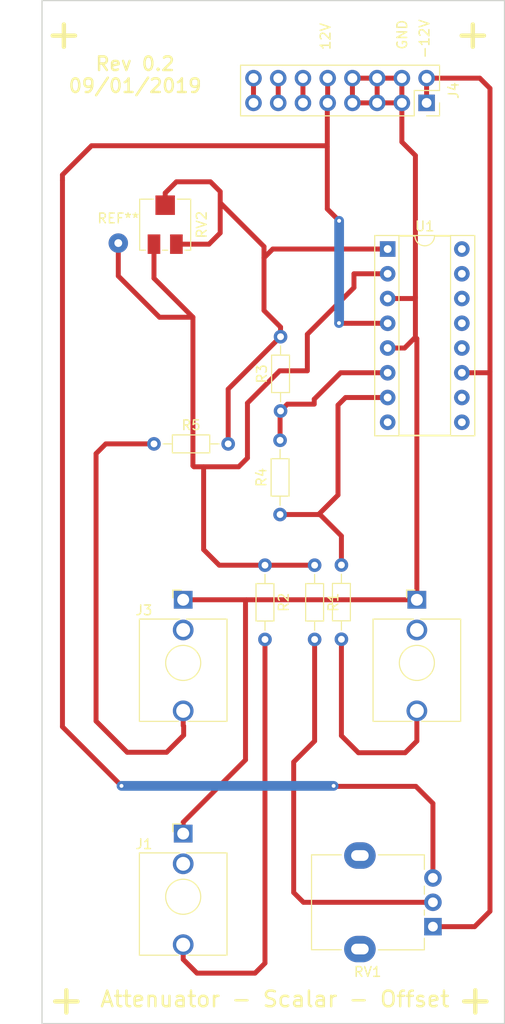
<source format=kicad_pcb>
(kicad_pcb (version 20171130) (host pcbnew "(5.1.4-0)")

  (general
    (thickness 1.6)
    (drawings 13)
    (tracks 140)
    (zones 0)
    (modules 14)
    (nets 15)
  )

  (page A4)
  (layers
    (0 F.Cu signal)
    (31 B.Cu signal)
    (32 B.Adhes user hide)
    (33 F.Adhes user hide)
    (34 B.Paste user hide)
    (35 F.Paste user hide)
    (36 B.SilkS user)
    (37 F.SilkS user)
    (38 B.Mask user)
    (39 F.Mask user)
    (40 Dwgs.User user)
    (41 Cmts.User user)
    (42 Eco1.User user)
    (43 Eco2.User user)
    (44 Edge.Cuts user)
    (45 Margin user)
    (46 B.CrtYd user)
    (47 F.CrtYd user)
    (48 B.Fab user)
    (49 F.Fab user)
  )

  (setup
    (last_trace_width 0.25)
    (user_trace_width 0.007)
    (user_trace_width 0.02)
    (user_trace_width 0.508)
    (user_trace_width 1)
    (trace_clearance 0.2)
    (zone_clearance 0.508)
    (zone_45_only no)
    (trace_min 0.006)
    (via_size 0.8)
    (via_drill 0.4)
    (via_min_size 0.4)
    (via_min_drill 0.3)
    (uvia_size 0.3)
    (uvia_drill 0.1)
    (uvias_allowed no)
    (uvia_min_size 0.2)
    (uvia_min_drill 0.1)
    (edge_width 0.05)
    (segment_width 0.2)
    (pcb_text_width 0.3)
    (pcb_text_size 1.5 1.5)
    (mod_edge_width 0.12)
    (mod_text_size 1 1)
    (mod_text_width 0.15)
    (pad_size 1.99898 1.99898)
    (pad_drill 0.8001)
    (pad_to_mask_clearance 0.051)
    (solder_mask_min_width 0.25)
    (aux_axis_origin 0 0)
    (visible_elements FFFFFF7F)
    (pcbplotparams
      (layerselection 0x010f0_ffffffff)
      (usegerberextensions false)
      (usegerberattributes false)
      (usegerberadvancedattributes false)
      (creategerberjobfile false)
      (excludeedgelayer true)
      (linewidth 0.100000)
      (plotframeref false)
      (viasonmask false)
      (mode 1)
      (useauxorigin false)
      (hpglpennumber 1)
      (hpglpenspeed 20)
      (hpglpendiameter 15.000000)
      (psnegative false)
      (psa4output false)
      (plotreference true)
      (plotvalue true)
      (plotinvisibletext false)
      (padsonsilk false)
      (subtractmaskfromsilk false)
      (outputformat 1)
      (mirror false)
      (drillshape 0)
      (scaleselection 1)
      (outputdirectory "Gerbers/"))
  )

  (net 0 "")
  (net 1 "Net-(J1-PadT)")
  (net 2 GND)
  (net 3 "Net-(J2-PadT)")
  (net 4 "Net-(J3-PadT)")
  (net 5 "Net-(R1-Pad2)")
  (net 6 "Net-(R1-Pad1)")
  (net 7 "Net-(R3-Pad1)")
  (net 8 "Net-(R3-Pad2)")
  (net 9 "Net-(R4-Pad1)")
  (net 10 -12V)
  (net 11 +12V)
  (net 12 "Net-(J4-Pad15)")
  (net 13 "Net-(J4-Pad13)")
  (net 14 "Net-(J4-Pad11)")

  (net_class Default "This is the default net class."
    (clearance 0.2)
    (trace_width 0.25)
    (via_dia 0.8)
    (via_drill 0.4)
    (uvia_dia 0.3)
    (uvia_drill 0.1)
    (add_net +12V)
    (add_net -12V)
    (add_net GND)
    (add_net "Net-(J1-PadT)")
    (add_net "Net-(J2-PadT)")
    (add_net "Net-(J3-PadT)")
    (add_net "Net-(J4-Pad11)")
    (add_net "Net-(J4-Pad13)")
    (add_net "Net-(J4-Pad15)")
    (add_net "Net-(R1-Pad1)")
    (add_net "Net-(R1-Pad2)")
    (add_net "Net-(R3-Pad1)")
    (add_net "Net-(R3-Pad2)")
    (add_net "Net-(R4-Pad1)")
  )

  (module Connector_Wire:SolderWirePad_1x01_Drill0.8mm (layer F.Cu) (tedit 5D6C509A) (tstamp 5D6C54F0)
    (at 105.3338 72.39)
    (descr "Wire solder connection")
    (tags connector)
    (attr virtual)
    (fp_text reference REF** (at 0 -2.54) (layer F.SilkS)
      (effects (font (size 1 1) (thickness 0.15)))
    )
    (fp_text value SolderWirePad_1x01_Drill0.8mm (at 0 2.54) (layer F.Fab)
      (effects (font (size 1 1) (thickness 0.15)))
    )
    (fp_line (start 1.5 1.5) (end -1.5 1.5) (layer F.CrtYd) (width 0.05))
    (fp_line (start 1.5 1.5) (end 1.5 -1.5) (layer F.CrtYd) (width 0.05))
    (fp_line (start -1.5 -1.5) (end -1.5 1.5) (layer F.CrtYd) (width 0.05))
    (fp_line (start -1.5 -1.5) (end 1.5 -1.5) (layer F.CrtYd) (width 0.05))
    (fp_text user %R (at 0 0) (layer F.Fab)
      (effects (font (size 1 1) (thickness 0.15)))
    )
    (pad 1 thru_hole circle (at 0 0) (size 1.99898 1.99898) (drill 0.8001) (layers *.Cu *.Mask)
      (net 6 "Net-(R1-Pad1)"))
  )

  (module Potentiometer_THT:Potentiometer_Alpha_RD901F-40-00D_Single_Vertical (layer F.Cu) (tedit 5C6C6C14) (tstamp 5D6B6222)
    (at 137.65 142.55 180)
    (descr "Potentiometer, vertical, 9mm, single, http://www.taiwanalpha.com.tw/downloads?target=products&id=113")
    (tags "potentiometer vertical 9mm single")
    (path /5D6F2EB0)
    (fp_text reference RV1 (at 6.71 -4.64 180) (layer F.SilkS)
      (effects (font (size 1 1) (thickness 0.15)))
    )
    (fp_text value 10K (at 0 9.86 180) (layer F.Fab)
      (effects (font (size 1 1) (thickness 0.15)))
    )
    (fp_text user %R (at 7.62 2.54) (layer F.Fab)
      (effects (font (size 1 1) (thickness 0.15)))
    )
    (fp_line (start -1.15 8.91) (end 12.6 8.91) (layer F.CrtYd) (width 0.05))
    (fp_line (start -1.15 -3.91) (end -1.15 8.91) (layer F.CrtYd) (width 0.05))
    (fp_line (start 12.6 -3.91) (end -1.15 -3.91) (layer F.CrtYd) (width 0.05))
    (fp_line (start 12.6 8.91) (end 12.6 -3.91) (layer F.CrtYd) (width 0.05))
    (fp_line (start 12.47 7.37) (end 12.47 -2.37) (layer F.SilkS) (width 0.12))
    (fp_line (start 0.88 7.37) (end 0.88 5.88) (layer F.SilkS) (width 0.12))
    (fp_line (start 9.41 7.37) (end 12.47 7.37) (layer F.SilkS) (width 0.12))
    (fp_line (start 0.88 -2.38) (end 5.6 -2.38) (layer F.SilkS) (width 0.12))
    (fp_circle (center 7.5 2.5) (end 7.5 -1) (layer F.Fab) (width 0.1))
    (fp_line (start 1 7.25) (end 1 -2.25) (layer F.Fab) (width 0.1))
    (fp_line (start 12.35 7.25) (end 12.35 -2.25) (layer F.Fab) (width 0.1))
    (fp_line (start 1 -2.25) (end 12.35 -2.25) (layer F.Fab) (width 0.1))
    (fp_line (start 1 7.25) (end 12.35 7.25) (layer F.Fab) (width 0.1))
    (fp_line (start 9.41 -2.37) (end 12.47 -2.37) (layer F.SilkS) (width 0.12))
    (fp_line (start 0.88 7.37) (end 5.6 7.37) (layer F.SilkS) (width 0.12))
    (fp_line (start 0.88 -1.19) (end 0.88 -2.37) (layer F.SilkS) (width 0.12))
    (fp_line (start 0.88 1.71) (end 0.88 1.18) (layer F.SilkS) (width 0.12))
    (fp_line (start 0.88 4.16) (end 0.88 3.33) (layer F.SilkS) (width 0.12))
    (pad 1 thru_hole rect (at 0 0 270) (size 1.8 1.8) (drill 1) (layers *.Cu *.Mask)
      (net 10 -12V))
    (pad 2 thru_hole circle (at 0 2.5 270) (size 1.8 1.8) (drill 1) (layers *.Cu *.Mask)
      (net 5 "Net-(R1-Pad2)"))
    (pad 3 thru_hole circle (at 0 5 270) (size 1.8 1.8) (drill 1) (layers *.Cu *.Mask)
      (net 11 +12V))
    (pad "" thru_hole oval (at 7.5 7.3 270) (size 2.72 3.24) (drill oval 1.1 1.8) (layers *.Cu *.Mask))
    (pad "" thru_hole oval (at 7.5 -2.3 270) (size 2.72 3.24) (drill oval 1.1 1.8) (layers *.Cu *.Mask))
    (model ${KISYS3DMOD}/Potentiometer_THT.3dshapes/Potentiometer_Alpha_RD901F-40-00D_Single_Vertical.wrl
      (at (xyz 0 0 0))
      (scale (xyz 1 1 1))
      (rotate (xyz 0 0 0))
    )
  )

  (module Connector_PinSocket_2.54mm:PinSocket_2x08_P2.54mm_Vertical (layer F.Cu) (tedit 5A19A42B) (tstamp 5D6B7896)
    (at 137 58 270)
    (descr "Through hole straight socket strip, 2x08, 2.54mm pitch, double cols (from Kicad 4.0.7), script generated")
    (tags "Through hole socket strip THT 2x08 2.54mm double row")
    (path /5D74DF58)
    (fp_text reference J4 (at -1.27 -2.77 90) (layer F.SilkS)
      (effects (font (size 1 1) (thickness 0.15)))
    )
    (fp_text value HEADER_8x2 (at -1.27 20.55 90) (layer F.Fab)
      (effects (font (size 1 1) (thickness 0.15)))
    )
    (fp_text user %R (at -1.27 8.89) (layer F.Fab)
      (effects (font (size 1 1) (thickness 0.15)))
    )
    (fp_line (start -4.34 19.55) (end -4.34 -1.8) (layer F.CrtYd) (width 0.05))
    (fp_line (start 1.76 19.55) (end -4.34 19.55) (layer F.CrtYd) (width 0.05))
    (fp_line (start 1.76 -1.8) (end 1.76 19.55) (layer F.CrtYd) (width 0.05))
    (fp_line (start -4.34 -1.8) (end 1.76 -1.8) (layer F.CrtYd) (width 0.05))
    (fp_line (start 0 -1.33) (end 1.33 -1.33) (layer F.SilkS) (width 0.12))
    (fp_line (start 1.33 -1.33) (end 1.33 0) (layer F.SilkS) (width 0.12))
    (fp_line (start -1.27 -1.33) (end -1.27 1.27) (layer F.SilkS) (width 0.12))
    (fp_line (start -1.27 1.27) (end 1.33 1.27) (layer F.SilkS) (width 0.12))
    (fp_line (start 1.33 1.27) (end 1.33 19.11) (layer F.SilkS) (width 0.12))
    (fp_line (start -3.87 19.11) (end 1.33 19.11) (layer F.SilkS) (width 0.12))
    (fp_line (start -3.87 -1.33) (end -3.87 19.11) (layer F.SilkS) (width 0.12))
    (fp_line (start -3.87 -1.33) (end -1.27 -1.33) (layer F.SilkS) (width 0.12))
    (fp_line (start -3.81 19.05) (end -3.81 -1.27) (layer F.Fab) (width 0.1))
    (fp_line (start 1.27 19.05) (end -3.81 19.05) (layer F.Fab) (width 0.1))
    (fp_line (start 1.27 -0.27) (end 1.27 19.05) (layer F.Fab) (width 0.1))
    (fp_line (start 0.27 -1.27) (end 1.27 -0.27) (layer F.Fab) (width 0.1))
    (fp_line (start -3.81 -1.27) (end 0.27 -1.27) (layer F.Fab) (width 0.1))
    (pad 16 thru_hole oval (at -2.54 17.78 270) (size 1.7 1.7) (drill 1) (layers *.Cu *.Mask)
      (net 12 "Net-(J4-Pad15)"))
    (pad 15 thru_hole oval (at 0 17.78 270) (size 1.7 1.7) (drill 1) (layers *.Cu *.Mask)
      (net 12 "Net-(J4-Pad15)"))
    (pad 14 thru_hole oval (at -2.54 15.24 270) (size 1.7 1.7) (drill 1) (layers *.Cu *.Mask)
      (net 13 "Net-(J4-Pad13)"))
    (pad 13 thru_hole oval (at 0 15.24 270) (size 1.7 1.7) (drill 1) (layers *.Cu *.Mask)
      (net 13 "Net-(J4-Pad13)"))
    (pad 12 thru_hole oval (at -2.54 12.7 270) (size 1.7 1.7) (drill 1) (layers *.Cu *.Mask)
      (net 14 "Net-(J4-Pad11)"))
    (pad 11 thru_hole oval (at 0 12.7 270) (size 1.7 1.7) (drill 1) (layers *.Cu *.Mask)
      (net 14 "Net-(J4-Pad11)"))
    (pad 10 thru_hole oval (at -2.54 10.16 270) (size 1.7 1.7) (drill 1) (layers *.Cu *.Mask)
      (net 11 +12V))
    (pad 9 thru_hole oval (at 0 10.16 270) (size 1.7 1.7) (drill 1) (layers *.Cu *.Mask)
      (net 11 +12V))
    (pad 8 thru_hole oval (at -2.54 7.62 270) (size 1.7 1.7) (drill 1) (layers *.Cu *.Mask)
      (net 2 GND))
    (pad 7 thru_hole oval (at 0 7.62 270) (size 1.7 1.7) (drill 1) (layers *.Cu *.Mask)
      (net 2 GND))
    (pad 6 thru_hole oval (at -2.54 5.08 270) (size 1.7 1.7) (drill 1) (layers *.Cu *.Mask)
      (net 2 GND))
    (pad 5 thru_hole oval (at 0 5.08 270) (size 1.7 1.7) (drill 1) (layers *.Cu *.Mask)
      (net 2 GND))
    (pad 4 thru_hole oval (at -2.54 2.54 270) (size 1.7 1.7) (drill 1) (layers *.Cu *.Mask)
      (net 2 GND))
    (pad 3 thru_hole oval (at 0 2.54 270) (size 1.7 1.7) (drill 1) (layers *.Cu *.Mask)
      (net 2 GND))
    (pad 2 thru_hole oval (at -2.54 0 270) (size 1.7 1.7) (drill 1) (layers *.Cu *.Mask)
      (net 10 -12V))
    (pad 1 thru_hole rect (at 0 0 270) (size 1.7 1.7) (drill 1) (layers *.Cu *.Mask)
      (net 10 -12V))
    (model ${KISYS3DMOD}/Connector_PinSocket_2.54mm.3dshapes/PinSocket_2x08_P2.54mm_Vertical.wrl
      (at (xyz 0 0 0))
      (scale (xyz 1 1 1))
      (rotate (xyz 0 0 0))
    )
  )

  (module Connector_Audio_2:Jack_3.5mm_QingPu_WQP-PJ398SM_Vertical_CircularHoles (layer F.Cu) (tedit 5C2B6BB2) (tstamp 5D6B6138)
    (at 112 133)
    (descr "TRS 3.5mm, vertical, Thonkiconn, PCB mount, (http://www.qingpu-electronics.com/en/products/WQP-PJ398SM-362.html)")
    (tags "WQP-PJ398SM WQP-PJ301M-12 TRS 3.5mm mono vertical jack thonkiconn qingpu")
    (path /5D6EF710)
    (fp_text reference J1 (at -4.03 1.08 180) (layer F.SilkS)
      (effects (font (size 1 1) (thickness 0.15)))
    )
    (fp_text value Input (at 0 5 180) (layer F.Fab)
      (effects (font (size 1 1) (thickness 0.15)))
    )
    (fp_line (start 0 0) (end 0 2.03) (layer F.Fab) (width 0.1))
    (fp_circle (center 0 6.48) (end 1.8 6.48) (layer F.Fab) (width 0.1))
    (fp_line (start 4.5 2.03) (end -4.5 2.03) (layer F.Fab) (width 0.1))
    (fp_line (start 5 -1.42) (end -5 -1.42) (layer F.CrtYd) (width 0.05))
    (fp_line (start 5 12.98) (end -5 12.98) (layer F.CrtYd) (width 0.05))
    (fp_line (start 5 12.98) (end 5 -1.42) (layer F.CrtYd) (width 0.05))
    (fp_line (start 4.5 12.48) (end -4.5 12.48) (layer F.Fab) (width 0.1))
    (fp_line (start 4.5 12.48) (end 4.5 2.08) (layer F.Fab) (width 0.1))
    (fp_line (start -1.06 -1) (end -0.2 -1) (layer F.SilkS) (width 0.12))
    (fp_line (start -1.06 -1) (end -1.06 -0.2) (layer F.SilkS) (width 0.12))
    (fp_circle (center 0 6.48) (end 1.8 6.48) (layer F.SilkS) (width 0.12))
    (fp_line (start -0.35 1.98) (end -4.5 1.98) (layer F.SilkS) (width 0.12))
    (fp_line (start 4.5 1.98) (end 0.35 1.98) (layer F.SilkS) (width 0.12))
    (fp_line (start -0.5 12.48) (end -4.5 12.48) (layer F.SilkS) (width 0.12))
    (fp_line (start 4.5 12.48) (end 0.5 12.48) (layer F.SilkS) (width 0.12))
    (fp_line (start -1.41 6.02) (end -0.46 5.07) (layer Dwgs.User) (width 0.12))
    (fp_line (start -1.42 6.875) (end 0.4 5.06) (layer Dwgs.User) (width 0.12))
    (fp_line (start -1.07 7.49) (end 1.01 5.41) (layer Dwgs.User) (width 0.12))
    (fp_line (start -0.58 7.83) (end 1.36 5.89) (layer Dwgs.User) (width 0.12))
    (fp_line (start 0.09 7.96) (end 1.48 6.57) (layer Dwgs.User) (width 0.12))
    (fp_circle (center 0 6.48) (end 1.5 6.48) (layer Dwgs.User) (width 0.12))
    (fp_line (start 4.5 1.98) (end 4.5 12.48) (layer F.SilkS) (width 0.12))
    (fp_line (start -4.5 1.98) (end -4.5 12.48) (layer F.SilkS) (width 0.12))
    (fp_text user %R (at 0 8 180) (layer F.Fab)
      (effects (font (size 1 1) (thickness 0.15)))
    )
    (fp_line (start -4.5 12.48) (end -4.5 2.08) (layer F.Fab) (width 0.1))
    (fp_line (start -5 12.98) (end -5 -1.42) (layer F.CrtYd) (width 0.05))
    (fp_text user KEEPOUT (at 0 6.48) (layer Cmts.User)
      (effects (font (size 0.4 0.4) (thickness 0.051)))
    )
    (pad T thru_hole circle (at 0 11.4 180) (size 2.13 2.13) (drill 1.43) (layers *.Cu *.Mask)
      (net 1 "Net-(J1-PadT)"))
    (pad S thru_hole rect (at 0 0 180) (size 1.93 1.83) (drill 1.22) (layers *.Cu *.Mask)
      (net 2 GND))
    (pad TN thru_hole circle (at 0 3.1 180) (size 2.13 2.13) (drill 1.42) (layers *.Cu *.Mask))
    (model ${KISYS3DMOD}/Connector_Audio.3dshapes/Jack_3.5mm_QingPu_WQP-PJ398SM_Vertical.wrl
      (at (xyz 0 0 0))
      (scale (xyz 1 1 1))
      (rotate (xyz 0 0 0))
    )
  )

  (module Connector_Audio_2:Jack_3.5mm_QingPu_WQP-PJ398SM_Vertical_CircularHoles (layer F.Cu) (tedit 5C2B6BB2) (tstamp 5D6B615A)
    (at 136 109)
    (descr "TRS 3.5mm, vertical, Thonkiconn, PCB mount, (http://www.qingpu-electronics.com/en/products/WQP-PJ398SM-362.html)")
    (tags "WQP-PJ398SM WQP-PJ301M-12 TRS 3.5mm mono vertical jack thonkiconn qingpu")
    (path /5D71456B)
    (fp_text reference J2 (at -4.03 1.08 180) (layer Cmts.User) hide
      (effects (font (size 1 1) (thickness 0.15)))
    )
    (fp_text value Output (at 0 5 180) (layer F.Fab) hide
      (effects (font (size 1 1) (thickness 0.15)))
    )
    (fp_text user KEEPOUT (at 0 6.48) (layer Cmts.User) hide
      (effects (font (size 0.4 0.4) (thickness 0.051)))
    )
    (fp_line (start -5 12.98) (end -5 -1.42) (layer F.CrtYd) (width 0.05))
    (fp_line (start -4.5 12.48) (end -4.5 2.08) (layer F.Fab) (width 0.1))
    (fp_text user %R (at 0 8 180) (layer F.Fab) hide
      (effects (font (size 1 1) (thickness 0.15)))
    )
    (fp_line (start -4.5 1.98) (end -4.5 12.48) (layer F.SilkS) (width 0.12))
    (fp_line (start 4.5 1.98) (end 4.5 12.48) (layer F.SilkS) (width 0.12))
    (fp_circle (center 0 6.48) (end 1.5 6.48) (layer Dwgs.User) (width 0.12))
    (fp_line (start 0.09 7.96) (end 1.48 6.57) (layer Dwgs.User) (width 0.12))
    (fp_line (start -0.58 7.83) (end 1.36 5.89) (layer Dwgs.User) (width 0.12))
    (fp_line (start -1.07 7.49) (end 1.01 5.41) (layer Dwgs.User) (width 0.12))
    (fp_line (start -1.42 6.875) (end 0.4 5.06) (layer Dwgs.User) (width 0.12))
    (fp_line (start -1.41 6.02) (end -0.46 5.07) (layer Dwgs.User) (width 0.12))
    (fp_line (start 4.5 12.48) (end 0.5 12.48) (layer F.SilkS) (width 0.12))
    (fp_line (start -0.5 12.48) (end -4.5 12.48) (layer F.SilkS) (width 0.12))
    (fp_line (start 4.5 1.98) (end 0.35 1.98) (layer F.SilkS) (width 0.12))
    (fp_line (start -0.35 1.98) (end -4.5 1.98) (layer F.SilkS) (width 0.12))
    (fp_circle (center 0 6.48) (end 1.8 6.48) (layer F.SilkS) (width 0.12))
    (fp_line (start -1.06 -1) (end -1.06 -0.2) (layer F.SilkS) (width 0.12))
    (fp_line (start -1.06 -1) (end -0.2 -1) (layer F.SilkS) (width 0.12))
    (fp_line (start 4.5 12.48) (end 4.5 2.08) (layer F.Fab) (width 0.1))
    (fp_line (start 4.5 12.48) (end -4.5 12.48) (layer F.Fab) (width 0.1))
    (fp_line (start 5 12.98) (end 5 -1.42) (layer F.CrtYd) (width 0.05))
    (fp_line (start 5 12.98) (end -5 12.98) (layer F.CrtYd) (width 0.05))
    (fp_line (start 5 -1.42) (end -5 -1.42) (layer F.CrtYd) (width 0.05))
    (fp_line (start 4.5 2.03) (end -4.5 2.03) (layer F.Fab) (width 0.1))
    (fp_circle (center 0 6.48) (end 1.8 6.48) (layer F.Fab) (width 0.1))
    (fp_line (start 0 0) (end 0 2.03) (layer F.Fab) (width 0.1))
    (pad TN thru_hole circle (at 0 3.1 180) (size 2.13 2.13) (drill 1.42) (layers *.Cu *.Mask))
    (pad S thru_hole rect (at 0 0 180) (size 1.93 1.83) (drill 1.22) (layers *.Cu *.Mask)
      (net 2 GND))
    (pad T thru_hole circle (at 0 11.4 180) (size 2.13 2.13) (drill 1.43) (layers *.Cu *.Mask)
      (net 3 "Net-(J2-PadT)"))
    (model ${KISYS3DMOD}/Connector_Audio.3dshapes/Jack_3.5mm_QingPu_WQP-PJ398SM_Vertical.wrl
      (at (xyz 0 0 0))
      (scale (xyz 1 1 1))
      (rotate (xyz 0 0 0))
    )
  )

  (module Connector_Audio_2:Jack_3.5mm_QingPu_WQP-PJ398SM_Vertical_CircularHoles (layer F.Cu) (tedit 5C2B6BB2) (tstamp 5D6B617C)
    (at 112 109)
    (descr "TRS 3.5mm, vertical, Thonkiconn, PCB mount, (http://www.qingpu-electronics.com/en/products/WQP-PJ398SM-362.html)")
    (tags "WQP-PJ398SM WQP-PJ301M-12 TRS 3.5mm mono vertical jack thonkiconn qingpu")
    (path /5D70F145)
    (fp_text reference J3 (at -4.03 1.08 180) (layer F.SilkS)
      (effects (font (size 1 1) (thickness 0.15)))
    )
    (fp_text value "Inverted Out" (at 0 5 180) (layer F.Fab)
      (effects (font (size 1 1) (thickness 0.15)))
    )
    (fp_text user KEEPOUT (at 0 6.48) (layer Cmts.User)
      (effects (font (size 0.4 0.4) (thickness 0.051)))
    )
    (fp_line (start -5 12.98) (end -5 -1.42) (layer F.CrtYd) (width 0.05))
    (fp_line (start -4.5 12.48) (end -4.5 2.08) (layer F.Fab) (width 0.1))
    (fp_text user %R (at 0 8 180) (layer F.Fab)
      (effects (font (size 1 1) (thickness 0.15)))
    )
    (fp_line (start -4.5 1.98) (end -4.5 12.48) (layer F.SilkS) (width 0.12))
    (fp_line (start 4.5 1.98) (end 4.5 12.48) (layer F.SilkS) (width 0.12))
    (fp_circle (center 0 6.48) (end 1.5 6.48) (layer Dwgs.User) (width 0.12))
    (fp_line (start 0.09 7.96) (end 1.48 6.57) (layer Dwgs.User) (width 0.12))
    (fp_line (start -0.58 7.83) (end 1.36 5.89) (layer Dwgs.User) (width 0.12))
    (fp_line (start -1.07 7.49) (end 1.01 5.41) (layer Dwgs.User) (width 0.12))
    (fp_line (start -1.42 6.875) (end 0.4 5.06) (layer Dwgs.User) (width 0.12))
    (fp_line (start -1.41 6.02) (end -0.46 5.07) (layer Dwgs.User) (width 0.12))
    (fp_line (start 4.5 12.48) (end 0.5 12.48) (layer F.SilkS) (width 0.12))
    (fp_line (start -0.5 12.48) (end -4.5 12.48) (layer F.SilkS) (width 0.12))
    (fp_line (start 4.5 1.98) (end 0.35 1.98) (layer F.SilkS) (width 0.12))
    (fp_line (start -0.35 1.98) (end -4.5 1.98) (layer F.SilkS) (width 0.12))
    (fp_circle (center 0 6.48) (end 1.8 6.48) (layer F.SilkS) (width 0.12))
    (fp_line (start -1.06 -1) (end -1.06 -0.2) (layer F.SilkS) (width 0.12))
    (fp_line (start -1.06 -1) (end -0.2 -1) (layer F.SilkS) (width 0.12))
    (fp_line (start 4.5 12.48) (end 4.5 2.08) (layer F.Fab) (width 0.1))
    (fp_line (start 4.5 12.48) (end -4.5 12.48) (layer F.Fab) (width 0.1))
    (fp_line (start 5 12.98) (end 5 -1.42) (layer F.CrtYd) (width 0.05))
    (fp_line (start 5 12.98) (end -5 12.98) (layer F.CrtYd) (width 0.05))
    (fp_line (start 5 -1.42) (end -5 -1.42) (layer F.CrtYd) (width 0.05))
    (fp_line (start 4.5 2.03) (end -4.5 2.03) (layer F.Fab) (width 0.1))
    (fp_circle (center 0 6.48) (end 1.8 6.48) (layer F.Fab) (width 0.1))
    (fp_line (start 0 0) (end 0 2.03) (layer F.Fab) (width 0.1))
    (pad TN thru_hole circle (at 0 3.1 180) (size 2.13 2.13) (drill 1.42) (layers *.Cu *.Mask))
    (pad S thru_hole rect (at 0 0 180) (size 1.93 1.83) (drill 1.22) (layers *.Cu *.Mask)
      (net 2 GND))
    (pad T thru_hole circle (at 0 11.4 180) (size 2.13 2.13) (drill 1.43) (layers *.Cu *.Mask)
      (net 4 "Net-(J3-PadT)"))
    (model ${KISYS3DMOD}/Connector_Audio.3dshapes/Jack_3.5mm_QingPu_WQP-PJ398SM_Vertical.wrl
      (at (xyz 0 0 0))
      (scale (xyz 1 1 1))
      (rotate (xyz 0 0 0))
    )
  )

  (module Resistor_THT:R_Axial_DIN0204_L3.6mm_D1.6mm_P7.62mm_Horizontal (layer F.Cu) (tedit 5AE5139B) (tstamp 5D6B6193)
    (at 125.5 105.45 270)
    (descr "Resistor, Axial_DIN0204 series, Axial, Horizontal, pin pitch=7.62mm, 0.167W, length*diameter=3.6*1.6mm^2, http://cdn-reichelt.de/documents/datenblatt/B400/1_4W%23YAG.pdf")
    (tags "Resistor Axial_DIN0204 series Axial Horizontal pin pitch 7.62mm 0.167W length 3.6mm diameter 1.6mm")
    (path /5D6EAD3A)
    (fp_text reference R1 (at 3.81 -1.92 90) (layer F.SilkS)
      (effects (font (size 1 1) (thickness 0.15)))
    )
    (fp_text value 10K (at 3.81 1.92 90) (layer F.Fab)
      (effects (font (size 1 1) (thickness 0.15)))
    )
    (fp_text user %R (at 3.81 0 90) (layer F.Fab)
      (effects (font (size 0.72 0.72) (thickness 0.108)))
    )
    (fp_line (start 8.57 -1.05) (end -0.95 -1.05) (layer F.CrtYd) (width 0.05))
    (fp_line (start 8.57 1.05) (end 8.57 -1.05) (layer F.CrtYd) (width 0.05))
    (fp_line (start -0.95 1.05) (end 8.57 1.05) (layer F.CrtYd) (width 0.05))
    (fp_line (start -0.95 -1.05) (end -0.95 1.05) (layer F.CrtYd) (width 0.05))
    (fp_line (start 6.68 0) (end 5.73 0) (layer F.SilkS) (width 0.12))
    (fp_line (start 0.94 0) (end 1.89 0) (layer F.SilkS) (width 0.12))
    (fp_line (start 5.73 -0.92) (end 1.89 -0.92) (layer F.SilkS) (width 0.12))
    (fp_line (start 5.73 0.92) (end 5.73 -0.92) (layer F.SilkS) (width 0.12))
    (fp_line (start 1.89 0.92) (end 5.73 0.92) (layer F.SilkS) (width 0.12))
    (fp_line (start 1.89 -0.92) (end 1.89 0.92) (layer F.SilkS) (width 0.12))
    (fp_line (start 7.62 0) (end 5.61 0) (layer F.Fab) (width 0.1))
    (fp_line (start 0 0) (end 2.01 0) (layer F.Fab) (width 0.1))
    (fp_line (start 5.61 -0.8) (end 2.01 -0.8) (layer F.Fab) (width 0.1))
    (fp_line (start 5.61 0.8) (end 5.61 -0.8) (layer F.Fab) (width 0.1))
    (fp_line (start 2.01 0.8) (end 5.61 0.8) (layer F.Fab) (width 0.1))
    (fp_line (start 2.01 -0.8) (end 2.01 0.8) (layer F.Fab) (width 0.1))
    (pad 2 thru_hole oval (at 7.62 0 270) (size 1.4 1.4) (drill 0.7) (layers *.Cu *.Mask)
      (net 5 "Net-(R1-Pad2)"))
    (pad 1 thru_hole circle (at 0 0 270) (size 1.4 1.4) (drill 0.7) (layers *.Cu *.Mask)
      (net 6 "Net-(R1-Pad1)"))
    (model ${KISYS3DMOD}/Resistor_THT.3dshapes/R_Axial_DIN0204_L3.6mm_D1.6mm_P7.62mm_Horizontal.wrl
      (at (xyz 0 0 0))
      (scale (xyz 1 1 1))
      (rotate (xyz 0 0 0))
    )
  )

  (module Resistor_THT:R_Axial_DIN0204_L3.6mm_D1.6mm_P7.62mm_Horizontal (layer F.Cu) (tedit 5AE5139B) (tstamp 5D6B61AA)
    (at 120.4 105.45 270)
    (descr "Resistor, Axial_DIN0204 series, Axial, Horizontal, pin pitch=7.62mm, 0.167W, length*diameter=3.6*1.6mm^2, http://cdn-reichelt.de/documents/datenblatt/B400/1_4W%23YAG.pdf")
    (tags "Resistor Axial_DIN0204 series Axial Horizontal pin pitch 7.62mm 0.167W length 3.6mm diameter 1.6mm")
    (path /5D6EA263)
    (fp_text reference R2 (at 3.81 -1.92 90) (layer F.SilkS)
      (effects (font (size 1 1) (thickness 0.15)))
    )
    (fp_text value 10K (at 3.81 1.92 90) (layer F.Fab)
      (effects (font (size 1 1) (thickness 0.15)))
    )
    (fp_line (start 2.01 -0.8) (end 2.01 0.8) (layer F.Fab) (width 0.1))
    (fp_line (start 2.01 0.8) (end 5.61 0.8) (layer F.Fab) (width 0.1))
    (fp_line (start 5.61 0.8) (end 5.61 -0.8) (layer F.Fab) (width 0.1))
    (fp_line (start 5.61 -0.8) (end 2.01 -0.8) (layer F.Fab) (width 0.1))
    (fp_line (start 0 0) (end 2.01 0) (layer F.Fab) (width 0.1))
    (fp_line (start 7.62 0) (end 5.61 0) (layer F.Fab) (width 0.1))
    (fp_line (start 1.89 -0.92) (end 1.89 0.92) (layer F.SilkS) (width 0.12))
    (fp_line (start 1.89 0.92) (end 5.73 0.92) (layer F.SilkS) (width 0.12))
    (fp_line (start 5.73 0.92) (end 5.73 -0.92) (layer F.SilkS) (width 0.12))
    (fp_line (start 5.73 -0.92) (end 1.89 -0.92) (layer F.SilkS) (width 0.12))
    (fp_line (start 0.94 0) (end 1.89 0) (layer F.SilkS) (width 0.12))
    (fp_line (start 6.68 0) (end 5.73 0) (layer F.SilkS) (width 0.12))
    (fp_line (start -0.95 -1.05) (end -0.95 1.05) (layer F.CrtYd) (width 0.05))
    (fp_line (start -0.95 1.05) (end 8.57 1.05) (layer F.CrtYd) (width 0.05))
    (fp_line (start 8.57 1.05) (end 8.57 -1.05) (layer F.CrtYd) (width 0.05))
    (fp_line (start 8.57 -1.05) (end -0.95 -1.05) (layer F.CrtYd) (width 0.05))
    (fp_text user %R (at 3.81 0 90) (layer F.Fab)
      (effects (font (size 0.72 0.72) (thickness 0.108)))
    )
    (pad 1 thru_hole circle (at 0 0 270) (size 1.4 1.4) (drill 0.7) (layers *.Cu *.Mask)
      (net 6 "Net-(R1-Pad1)"))
    (pad 2 thru_hole oval (at 7.62 0 270) (size 1.4 1.4) (drill 0.7) (layers *.Cu *.Mask)
      (net 1 "Net-(J1-PadT)"))
    (model ${KISYS3DMOD}/Resistor_THT.3dshapes/R_Axial_DIN0204_L3.6mm_D1.6mm_P7.62mm_Horizontal.wrl
      (at (xyz 0 0 0))
      (scale (xyz 1 1 1))
      (rotate (xyz 0 0 0))
    )
  )

  (module Resistor_THT:R_Axial_DIN0204_L3.6mm_D1.6mm_P7.62mm_Horizontal (layer F.Cu) (tedit 5AE5139B) (tstamp 5D6B61C1)
    (at 122 89.62 90)
    (descr "Resistor, Axial_DIN0204 series, Axial, Horizontal, pin pitch=7.62mm, 0.167W, length*diameter=3.6*1.6mm^2, http://cdn-reichelt.de/documents/datenblatt/B400/1_4W%23YAG.pdf")
    (tags "Resistor Axial_DIN0204 series Axial Horizontal pin pitch 7.62mm 0.167W length 3.6mm diameter 1.6mm")
    (path /5D7195D8)
    (fp_text reference R3 (at 3.81 -1.92 90) (layer F.SilkS)
      (effects (font (size 1 1) (thickness 0.15)))
    )
    (fp_text value 10K (at 3.81 1.92 90) (layer F.Fab)
      (effects (font (size 1 1) (thickness 0.15)))
    )
    (fp_line (start 2.01 -0.8) (end 2.01 0.8) (layer F.Fab) (width 0.1))
    (fp_line (start 2.01 0.8) (end 5.61 0.8) (layer F.Fab) (width 0.1))
    (fp_line (start 5.61 0.8) (end 5.61 -0.8) (layer F.Fab) (width 0.1))
    (fp_line (start 5.61 -0.8) (end 2.01 -0.8) (layer F.Fab) (width 0.1))
    (fp_line (start 0 0) (end 2.01 0) (layer F.Fab) (width 0.1))
    (fp_line (start 7.62 0) (end 5.61 0) (layer F.Fab) (width 0.1))
    (fp_line (start 1.89 -0.92) (end 1.89 0.92) (layer F.SilkS) (width 0.12))
    (fp_line (start 1.89 0.92) (end 5.73 0.92) (layer F.SilkS) (width 0.12))
    (fp_line (start 5.73 0.92) (end 5.73 -0.92) (layer F.SilkS) (width 0.12))
    (fp_line (start 5.73 -0.92) (end 1.89 -0.92) (layer F.SilkS) (width 0.12))
    (fp_line (start 0.94 0) (end 1.89 0) (layer F.SilkS) (width 0.12))
    (fp_line (start 6.68 0) (end 5.73 0) (layer F.SilkS) (width 0.12))
    (fp_line (start -0.95 -1.05) (end -0.95 1.05) (layer F.CrtYd) (width 0.05))
    (fp_line (start -0.95 1.05) (end 8.57 1.05) (layer F.CrtYd) (width 0.05))
    (fp_line (start 8.57 1.05) (end 8.57 -1.05) (layer F.CrtYd) (width 0.05))
    (fp_line (start 8.57 -1.05) (end -0.95 -1.05) (layer F.CrtYd) (width 0.05))
    (fp_text user %R (at 3.81 0 90) (layer F.Fab)
      (effects (font (size 0.72 0.72) (thickness 0.108)))
    )
    (pad 1 thru_hole circle (at 0 0 90) (size 1.4 1.4) (drill 0.7) (layers *.Cu *.Mask)
      (net 7 "Net-(R3-Pad1)"))
    (pad 2 thru_hole oval (at 7.62 0 90) (size 1.4 1.4) (drill 0.7) (layers *.Cu *.Mask)
      (net 8 "Net-(R3-Pad2)"))
    (model ${KISYS3DMOD}/Resistor_THT.3dshapes/R_Axial_DIN0204_L3.6mm_D1.6mm_P7.62mm_Horizontal.wrl
      (at (xyz 0 0 0))
      (scale (xyz 1 1 1))
      (rotate (xyz 0 0 0))
    )
  )

  (module Resistor_THT:R_Axial_DIN0204_L3.6mm_D1.6mm_P7.62mm_Horizontal (layer F.Cu) (tedit 5AE5139B) (tstamp 5D6B61D8)
    (at 121.95 100.25 90)
    (descr "Resistor, Axial_DIN0204 series, Axial, Horizontal, pin pitch=7.62mm, 0.167W, length*diameter=3.6*1.6mm^2, http://cdn-reichelt.de/documents/datenblatt/B400/1_4W%23YAG.pdf")
    (tags "Resistor Axial_DIN0204 series Axial Horizontal pin pitch 7.62mm 0.167W length 3.6mm diameter 1.6mm")
    (path /5D719DC2)
    (fp_text reference R4 (at 3.81 -1.92 90) (layer F.SilkS)
      (effects (font (size 1 1) (thickness 0.15)))
    )
    (fp_text value 10K (at 3.81 1.92 90) (layer F.Fab)
      (effects (font (size 1 1) (thickness 0.15)))
    )
    (fp_text user %R (at 3.81 0 90) (layer F.Fab)
      (effects (font (size 0.72 0.72) (thickness 0.108)))
    )
    (fp_line (start 8.57 -1.05) (end -0.95 -1.05) (layer F.CrtYd) (width 0.05))
    (fp_line (start 8.57 1.05) (end 8.57 -1.05) (layer F.CrtYd) (width 0.05))
    (fp_line (start -0.95 1.05) (end 8.57 1.05) (layer F.CrtYd) (width 0.05))
    (fp_line (start -0.95 -1.05) (end -0.95 1.05) (layer F.CrtYd) (width 0.05))
    (fp_line (start 6.68 0) (end 5.73 0) (layer F.SilkS) (width 0.12))
    (fp_line (start 0.94 0) (end 1.89 0) (layer F.SilkS) (width 0.12))
    (fp_line (start 5.73 -0.92) (end 1.89 -0.92) (layer F.SilkS) (width 0.12))
    (fp_line (start 5.73 0.92) (end 5.73 -0.92) (layer F.SilkS) (width 0.12))
    (fp_line (start 1.89 0.92) (end 5.73 0.92) (layer F.SilkS) (width 0.12))
    (fp_line (start 1.89 -0.92) (end 1.89 0.92) (layer F.SilkS) (width 0.12))
    (fp_line (start 7.62 0) (end 5.61 0) (layer F.Fab) (width 0.1))
    (fp_line (start 0 0) (end 2.01 0) (layer F.Fab) (width 0.1))
    (fp_line (start 5.61 -0.8) (end 2.01 -0.8) (layer F.Fab) (width 0.1))
    (fp_line (start 5.61 0.8) (end 5.61 -0.8) (layer F.Fab) (width 0.1))
    (fp_line (start 2.01 0.8) (end 5.61 0.8) (layer F.Fab) (width 0.1))
    (fp_line (start 2.01 -0.8) (end 2.01 0.8) (layer F.Fab) (width 0.1))
    (pad 2 thru_hole oval (at 7.62 0 90) (size 1.4 1.4) (drill 0.7) (layers *.Cu *.Mask)
      (net 7 "Net-(R3-Pad1)"))
    (pad 1 thru_hole circle (at 0 0 90) (size 1.4 1.4) (drill 0.7) (layers *.Cu *.Mask)
      (net 9 "Net-(R4-Pad1)"))
    (model ${KISYS3DMOD}/Resistor_THT.3dshapes/R_Axial_DIN0204_L3.6mm_D1.6mm_P7.62mm_Horizontal.wrl
      (at (xyz 0 0 0))
      (scale (xyz 1 1 1))
      (rotate (xyz 0 0 0))
    )
  )

  (module Resistor_THT:R_Axial_DIN0204_L3.6mm_D1.6mm_P7.62mm_Horizontal (layer F.Cu) (tedit 5AE5139B) (tstamp 5D6B61EF)
    (at 109 93)
    (descr "Resistor, Axial_DIN0204 series, Axial, Horizontal, pin pitch=7.62mm, 0.167W, length*diameter=3.6*1.6mm^2, http://cdn-reichelt.de/documents/datenblatt/B400/1_4W%23YAG.pdf")
    (tags "Resistor Axial_DIN0204 series Axial Horizontal pin pitch 7.62mm 0.167W length 3.6mm diameter 1.6mm")
    (path /5D7218CB)
    (fp_text reference R5 (at 3.81 -1.92) (layer F.SilkS)
      (effects (font (size 1 1) (thickness 0.15)))
    )
    (fp_text value 1K (at 3.81 1.92) (layer F.Fab)
      (effects (font (size 1 1) (thickness 0.15)))
    )
    (fp_text user %R (at 3.81 0) (layer F.Fab)
      (effects (font (size 0.72 0.72) (thickness 0.108)))
    )
    (fp_line (start 8.57 -1.05) (end -0.95 -1.05) (layer F.CrtYd) (width 0.05))
    (fp_line (start 8.57 1.05) (end 8.57 -1.05) (layer F.CrtYd) (width 0.05))
    (fp_line (start -0.95 1.05) (end 8.57 1.05) (layer F.CrtYd) (width 0.05))
    (fp_line (start -0.95 -1.05) (end -0.95 1.05) (layer F.CrtYd) (width 0.05))
    (fp_line (start 6.68 0) (end 5.73 0) (layer F.SilkS) (width 0.12))
    (fp_line (start 0.94 0) (end 1.89 0) (layer F.SilkS) (width 0.12))
    (fp_line (start 5.73 -0.92) (end 1.89 -0.92) (layer F.SilkS) (width 0.12))
    (fp_line (start 5.73 0.92) (end 5.73 -0.92) (layer F.SilkS) (width 0.12))
    (fp_line (start 1.89 0.92) (end 5.73 0.92) (layer F.SilkS) (width 0.12))
    (fp_line (start 1.89 -0.92) (end 1.89 0.92) (layer F.SilkS) (width 0.12))
    (fp_line (start 7.62 0) (end 5.61 0) (layer F.Fab) (width 0.1))
    (fp_line (start 0 0) (end 2.01 0) (layer F.Fab) (width 0.1))
    (fp_line (start 5.61 -0.8) (end 2.01 -0.8) (layer F.Fab) (width 0.1))
    (fp_line (start 5.61 0.8) (end 5.61 -0.8) (layer F.Fab) (width 0.1))
    (fp_line (start 2.01 0.8) (end 5.61 0.8) (layer F.Fab) (width 0.1))
    (fp_line (start 2.01 -0.8) (end 2.01 0.8) (layer F.Fab) (width 0.1))
    (pad 2 thru_hole oval (at 7.62 0) (size 1.4 1.4) (drill 0.7) (layers *.Cu *.Mask)
      (net 8 "Net-(R3-Pad2)"))
    (pad 1 thru_hole circle (at 0 0) (size 1.4 1.4) (drill 0.7) (layers *.Cu *.Mask)
      (net 4 "Net-(J3-PadT)"))
    (model ${KISYS3DMOD}/Resistor_THT.3dshapes/R_Axial_DIN0204_L3.6mm_D1.6mm_P7.62mm_Horizontal.wrl
      (at (xyz 0 0 0))
      (scale (xyz 1 1 1))
      (rotate (xyz 0 0 0))
    )
  )

  (module Resistor_THT:R_Axial_DIN0204_L3.6mm_D1.6mm_P7.62mm_Horizontal (layer F.Cu) (tedit 5AE5139B) (tstamp 5D6B6206)
    (at 128.25 113.05 90)
    (descr "Resistor, Axial_DIN0204 series, Axial, Horizontal, pin pitch=7.62mm, 0.167W, length*diameter=3.6*1.6mm^2, http://cdn-reichelt.de/documents/datenblatt/B400/1_4W%23YAG.pdf")
    (tags "Resistor Axial_DIN0204 series Axial Horizontal pin pitch 7.62mm 0.167W length 3.6mm diameter 1.6mm")
    (path /5D71A731)
    (fp_text reference R6 (at 3.81 -1.92 90) (layer Dwgs.User)
      (effects (font (size 1 1) (thickness 0.15)))
    )
    (fp_text value 1K (at 3.81 1.92 90) (layer F.Fab)
      (effects (font (size 1 1) (thickness 0.15)))
    )
    (fp_line (start 2.01 -0.8) (end 2.01 0.8) (layer F.Fab) (width 0.1))
    (fp_line (start 2.01 0.8) (end 5.61 0.8) (layer F.Fab) (width 0.1))
    (fp_line (start 5.61 0.8) (end 5.61 -0.8) (layer F.Fab) (width 0.1))
    (fp_line (start 5.61 -0.8) (end 2.01 -0.8) (layer F.Fab) (width 0.1))
    (fp_line (start 0 0) (end 2.01 0) (layer F.Fab) (width 0.1))
    (fp_line (start 7.62 0) (end 5.61 0) (layer F.Fab) (width 0.1))
    (fp_line (start 1.89 -0.92) (end 1.89 0.92) (layer F.SilkS) (width 0.12))
    (fp_line (start 1.89 0.92) (end 5.73 0.92) (layer F.SilkS) (width 0.12))
    (fp_line (start 5.73 0.92) (end 5.73 -0.92) (layer F.SilkS) (width 0.12))
    (fp_line (start 5.73 -0.92) (end 1.89 -0.92) (layer F.SilkS) (width 0.12))
    (fp_line (start 0.94 0) (end 1.89 0) (layer F.SilkS) (width 0.12))
    (fp_line (start 6.68 0) (end 5.73 0) (layer F.SilkS) (width 0.12))
    (fp_line (start -0.95 -1.05) (end -0.95 1.05) (layer F.CrtYd) (width 0.05))
    (fp_line (start -0.95 1.05) (end 8.57 1.05) (layer F.CrtYd) (width 0.05))
    (fp_line (start 8.57 1.05) (end 8.57 -1.05) (layer F.CrtYd) (width 0.05))
    (fp_line (start 8.57 -1.05) (end -0.95 -1.05) (layer F.CrtYd) (width 0.05))
    (fp_text user %R (at 3.81 0 90) (layer F.Fab)
      (effects (font (size 0.72 0.72) (thickness 0.108)))
    )
    (pad 1 thru_hole circle (at 0 0 90) (size 1.4 1.4) (drill 0.7) (layers *.Cu *.Mask)
      (net 3 "Net-(J2-PadT)"))
    (pad 2 thru_hole oval (at 7.62 0 90) (size 1.4 1.4) (drill 0.7) (layers *.Cu *.Mask)
      (net 9 "Net-(R4-Pad1)"))
    (model ${KISYS3DMOD}/Resistor_THT.3dshapes/R_Axial_DIN0204_L3.6mm_D1.6mm_P7.62mm_Horizontal.wrl
      (at (xyz 0 0 0))
      (scale (xyz 1 1 1))
      (rotate (xyz 0 0 0))
    )
  )

  (module Potentiometer_SMD:Potentiometer_Vishay_TS53YJ_Vertical (layer F.Cu) (tedit 5A3D7171) (tstamp 5D6B6246)
    (at 110.15 70.5 270)
    (descr "Potentiometer, vertical, Vishay TS53YJ, https://www.vishay.com/docs/51008/ts53.pdf")
    (tags "Potentiometer vertical Vishay TS53YJ")
    (path /5D6F5A5E)
    (attr smd)
    (fp_text reference RV2 (at 0 -3.75 90) (layer F.SilkS)
      (effects (font (size 1 1) (thickness 0.15)))
    )
    (fp_text value 100K (at 0 3.75 90) (layer F.Fab)
      (effects (font (size 1 1) (thickness 0.15)))
    )
    (fp_circle (center 0 0) (end 1.15 0) (layer F.Fab) (width 0.1))
    (fp_line (start -2.5 -2.5) (end -2.5 2.5) (layer F.Fab) (width 0.1))
    (fp_line (start -2.5 2.5) (end 2.5 2.5) (layer F.Fab) (width 0.1))
    (fp_line (start 2.5 2.5) (end 2.5 -2.5) (layer F.Fab) (width 0.1))
    (fp_line (start 2.5 -2.5) (end -2.5 -2.5) (layer F.Fab) (width 0.1))
    (fp_line (start -0.92 -0.058) (end -0.058 -0.058) (layer F.Fab) (width 0.1))
    (fp_line (start -0.058 -0.058) (end -0.058 -0.92) (layer F.Fab) (width 0.1))
    (fp_line (start -0.058 -0.92) (end 0.058 -0.92) (layer F.Fab) (width 0.1))
    (fp_line (start 0.058 -0.92) (end 0.058 -0.058) (layer F.Fab) (width 0.1))
    (fp_line (start 0.058 -0.058) (end 0.92 -0.058) (layer F.Fab) (width 0.1))
    (fp_line (start 0.92 -0.058) (end 0.92 0.058) (layer F.Fab) (width 0.1))
    (fp_line (start 0.92 0.058) (end 0.058 0.058) (layer F.Fab) (width 0.1))
    (fp_line (start 0.058 0.058) (end 0.058 0.92) (layer F.Fab) (width 0.1))
    (fp_line (start 0.058 0.92) (end -0.058 0.92) (layer F.Fab) (width 0.1))
    (fp_line (start -0.058 0.92) (end -0.058 0.058) (layer F.Fab) (width 0.1))
    (fp_line (start -0.058 0.058) (end -0.92 0.058) (layer F.Fab) (width 0.1))
    (fp_line (start -0.92 0.058) (end -0.92 -0.058) (layer F.Fab) (width 0.1))
    (fp_line (start -2.62 -2.62) (end 2.62 -2.62) (layer F.SilkS) (width 0.12))
    (fp_line (start -2.62 2.62) (end 2.62 2.62) (layer F.SilkS) (width 0.12))
    (fp_line (start -2.62 -2.62) (end -2.62 -1.24) (layer F.SilkS) (width 0.12))
    (fp_line (start -2.62 1.24) (end -2.62 2.62) (layer F.SilkS) (width 0.12))
    (fp_line (start 2.62 -2.62) (end 2.62 -2.039) (layer F.SilkS) (width 0.12))
    (fp_line (start 2.62 -0.26) (end 2.62 0.26) (layer F.SilkS) (width 0.12))
    (fp_line (start 2.62 2.04) (end 2.62 2.62) (layer F.SilkS) (width 0.12))
    (fp_line (start -3.25 -2.75) (end -3.25 2.75) (layer F.CrtYd) (width 0.05))
    (fp_line (start -3.25 2.75) (end 3.25 2.75) (layer F.CrtYd) (width 0.05))
    (fp_line (start 3.25 2.75) (end 3.25 -2.75) (layer F.CrtYd) (width 0.05))
    (fp_line (start 3.25 -2.75) (end -3.25 -2.75) (layer F.CrtYd) (width 0.05))
    (fp_text user %R (at 0 -2 90) (layer F.Fab)
      (effects (font (size 0.68 0.68) (thickness 0.15)))
    )
    (pad 1 smd rect (at 2 -1.15 270) (size 2 1.3) (layers F.Cu F.Paste F.Mask)
      (net 8 "Net-(R3-Pad2)"))
    (pad 2 smd rect (at -2 0 270) (size 2 2) (layers F.Cu F.Paste F.Mask)
      (net 8 "Net-(R3-Pad2)"))
    (pad 3 smd rect (at 2 1.15 270) (size 2 1.3) (layers F.Cu F.Paste F.Mask)
      (net 6 "Net-(R1-Pad1)"))
    (model ${KISYS3DMOD}/Potentiometer_SMD.3dshapes/Potentiometer_Vishay_TS53YJ_Vertical.wrl
      (at (xyz 0 0 0))
      (scale (xyz 1 1 1))
      (rotate (xyz 0 0 0))
    )
  )

  (module Package_DIP:DIP-16_W7.62mm_Socket (layer F.Cu) (tedit 5A02E8C5) (tstamp 5D6B6272)
    (at 133 73)
    (descr "16-lead though-hole mounted DIP package, row spacing 7.62 mm (300 mils), Socket")
    (tags "THT DIP DIL PDIP 2.54mm 7.62mm 300mil Socket")
    (path /5D6DE5F3)
    (fp_text reference U1 (at 3.81 -2.33) (layer F.SilkS)
      (effects (font (size 1 1) (thickness 0.15)))
    )
    (fp_text value TL074 (at 3.81 20.11) (layer F.Fab)
      (effects (font (size 1 1) (thickness 0.15)))
    )
    (fp_arc (start 3.81 -1.33) (end 2.81 -1.33) (angle -180) (layer F.SilkS) (width 0.12))
    (fp_line (start 1.635 -1.27) (end 6.985 -1.27) (layer F.Fab) (width 0.1))
    (fp_line (start 6.985 -1.27) (end 6.985 19.05) (layer F.Fab) (width 0.1))
    (fp_line (start 6.985 19.05) (end 0.635 19.05) (layer F.Fab) (width 0.1))
    (fp_line (start 0.635 19.05) (end 0.635 -0.27) (layer F.Fab) (width 0.1))
    (fp_line (start 0.635 -0.27) (end 1.635 -1.27) (layer F.Fab) (width 0.1))
    (fp_line (start -1.27 -1.33) (end -1.27 19.11) (layer F.Fab) (width 0.1))
    (fp_line (start -1.27 19.11) (end 8.89 19.11) (layer F.Fab) (width 0.1))
    (fp_line (start 8.89 19.11) (end 8.89 -1.33) (layer F.Fab) (width 0.1))
    (fp_line (start 8.89 -1.33) (end -1.27 -1.33) (layer F.Fab) (width 0.1))
    (fp_line (start 2.81 -1.33) (end 1.16 -1.33) (layer F.SilkS) (width 0.12))
    (fp_line (start 1.16 -1.33) (end 1.16 19.11) (layer F.SilkS) (width 0.12))
    (fp_line (start 1.16 19.11) (end 6.46 19.11) (layer F.SilkS) (width 0.12))
    (fp_line (start 6.46 19.11) (end 6.46 -1.33) (layer F.SilkS) (width 0.12))
    (fp_line (start 6.46 -1.33) (end 4.81 -1.33) (layer F.SilkS) (width 0.12))
    (fp_line (start -1.33 -1.39) (end -1.33 19.17) (layer F.SilkS) (width 0.12))
    (fp_line (start -1.33 19.17) (end 8.95 19.17) (layer F.SilkS) (width 0.12))
    (fp_line (start 8.95 19.17) (end 8.95 -1.39) (layer F.SilkS) (width 0.12))
    (fp_line (start 8.95 -1.39) (end -1.33 -1.39) (layer F.SilkS) (width 0.12))
    (fp_line (start -1.55 -1.6) (end -1.55 19.4) (layer F.CrtYd) (width 0.05))
    (fp_line (start -1.55 19.4) (end 9.15 19.4) (layer F.CrtYd) (width 0.05))
    (fp_line (start 9.15 19.4) (end 9.15 -1.6) (layer F.CrtYd) (width 0.05))
    (fp_line (start 9.15 -1.6) (end -1.55 -1.6) (layer F.CrtYd) (width 0.05))
    (fp_text user %R (at 3.81 8.89) (layer F.Fab)
      (effects (font (size 1 1) (thickness 0.15)))
    )
    (pad 1 thru_hole rect (at 0 0) (size 1.6 1.6) (drill 0.8) (layers *.Cu *.Mask)
      (net 8 "Net-(R3-Pad2)"))
    (pad 9 thru_hole oval (at 7.62 17.78) (size 1.6 1.6) (drill 0.8) (layers *.Cu *.Mask))
    (pad 2 thru_hole oval (at 0 2.54) (size 1.6 1.6) (drill 0.8) (layers *.Cu *.Mask)
      (net 6 "Net-(R1-Pad1)"))
    (pad 10 thru_hole oval (at 7.62 15.24) (size 1.6 1.6) (drill 0.8) (layers *.Cu *.Mask))
    (pad 3 thru_hole oval (at 0 5.08) (size 1.6 1.6) (drill 0.8) (layers *.Cu *.Mask)
      (net 2 GND))
    (pad 11 thru_hole oval (at 7.62 12.7) (size 1.6 1.6) (drill 0.8) (layers *.Cu *.Mask)
      (net 10 -12V))
    (pad 4 thru_hole oval (at 0 7.62) (size 1.6 1.6) (drill 0.8) (layers *.Cu *.Mask)
      (net 11 +12V))
    (pad 12 thru_hole oval (at 7.62 10.16) (size 1.6 1.6) (drill 0.8) (layers *.Cu *.Mask))
    (pad 5 thru_hole oval (at 0 10.16) (size 1.6 1.6) (drill 0.8) (layers *.Cu *.Mask)
      (net 2 GND))
    (pad 13 thru_hole oval (at 7.62 7.62) (size 1.6 1.6) (drill 0.8) (layers *.Cu *.Mask))
    (pad 6 thru_hole oval (at 0 12.7) (size 1.6 1.6) (drill 0.8) (layers *.Cu *.Mask)
      (net 7 "Net-(R3-Pad1)"))
    (pad 14 thru_hole oval (at 7.62 5.08) (size 1.6 1.6) (drill 0.8) (layers *.Cu *.Mask))
    (pad 7 thru_hole oval (at 0 15.24) (size 1.6 1.6) (drill 0.8) (layers *.Cu *.Mask)
      (net 9 "Net-(R4-Pad1)"))
    (pad 15 thru_hole oval (at 7.62 2.54) (size 1.6 1.6) (drill 0.8) (layers *.Cu *.Mask))
    (pad 8 thru_hole oval (at 0 17.78) (size 1.6 1.6) (drill 0.8) (layers *.Cu *.Mask))
    (pad 16 thru_hole oval (at 7.62 0) (size 1.6 1.6) (drill 0.8) (layers *.Cu *.Mask))
    (model ${KISYS3DMOD}/Package_DIP.3dshapes/DIP-16_W7.62mm_Socket.wrl
      (at (xyz 0 0 0))
      (scale (xyz 1 1 1))
      (rotate (xyz 0 0 0))
    )
  )

  (gr_line (start 97.5 152.5) (end 97.5 47.5) (layer Edge.Cuts) (width 0.12) (tstamp 5D71E8F5))
  (gr_line (start 145 152.5) (end 97.5 152.5) (layer Edge.Cuts) (width 0.12))
  (gr_line (start 145 47.5) (end 145 152.5) (layer Edge.Cuts) (width 0.12))
  (gr_line (start 97.5 47.5) (end 145 47.5) (layer Edge.Cuts) (width 0.12))
  (gr_text + (at 99.746 50.873) (layer F.SilkS) (tstamp 5D71E73A)
    (effects (font (size 3 3) (thickness 0.45)))
  )
  (gr_text "Rev 0.2\n09/01/2019" (at 107.061 55.118) (layer F.SilkS) (tstamp 5D71E73F)
    (effects (font (size 1.4 1.4) (thickness 0.25)))
  )
  (gr_text -12V (at 136.779 51.435 90) (layer F.SilkS) (tstamp 5D71E73E)
    (effects (font (size 1 1) (thickness 0.15)))
  )
  (gr_text GND (at 134.492 51 90) (layer F.SilkS) (tstamp 5D71E73D)
    (effects (font (size 1 1) (thickness 0.15)))
  )
  (gr_text " 12V" (at 126.619 51.562 90) (layer F.SilkS) (tstamp 5D71E73C)
    (effects (font (size 1 1) (thickness 0.15)))
  )
  (gr_text + (at 141.746 50.873) (layer F.SilkS) (tstamp 5D71E73B)
    (effects (font (size 3 3) (thickness 0.45)))
  )
  (gr_text + (at 100 150) (layer F.SilkS) (tstamp 5D6C5413)
    (effects (font (size 3 3) (thickness 0.45)))
  )
  (gr_text + (at 142 150) (layer F.SilkS) (tstamp 5D6C5412)
    (effects (font (size 3 3) (thickness 0.45)))
  )
  (gr_text "Attenuator - Scalar - Offset" (at 121.412 149.987) (layer F.SilkS) (tstamp 5D6C5411)
    (effects (font (size 1.6 1.6) (thickness 0.25)))
  )

  (segment (start 112 145.906137) (end 113.413863 147.32) (width 0.508) (layer F.Cu) (net 1))
  (segment (start 112 144.4) (end 112 145.906137) (width 0.508) (layer F.Cu) (net 1))
  (segment (start 120.4 146.3) (end 120.4 113.07) (width 0.508) (layer F.Cu) (net 1))
  (segment (start 120.4 146.3) (end 119.38 147.32) (width 0.508) (layer F.Cu) (net 1))
  (segment (start 119.38 147.32) (end 113.413863 147.32) (width 0.508) (layer F.Cu) (net 1))
  (segment (start 134.46 62.01) (end 134.46 58) (width 0.508) (layer F.Cu) (net 2))
  (segment (start 135.85 63.4) (end 134.46 62.01) (width 0.508) (layer F.Cu) (net 2))
  (segment (start 135.85 77.9) (end 135.85 63.4) (width 0.508) (layer F.Cu) (net 2))
  (segment (start 112 131.835) (end 118.4 125.435) (width 0.508) (layer F.Cu) (net 2))
  (segment (start 112 133) (end 112 131.835) (width 0.508) (layer F.Cu) (net 2))
  (segment (start 118.4 109.1) (end 118.5 109) (width 0.508) (layer F.Cu) (net 2))
  (segment (start 118.4 125.435) (end 118.4 109.1) (width 0.508) (layer F.Cu) (net 2))
  (segment (start 118.5 109) (end 136 109) (width 0.508) (layer F.Cu) (net 2))
  (segment (start 112 109) (end 118.5 109) (width 0.508) (layer F.Cu) (net 2))
  (segment (start 134.46 58) (end 134.46 55.46) (width 0.508) (layer F.Cu) (net 2))
  (segment (start 131.92 58) (end 131.92 55.46) (width 0.508) (layer F.Cu) (net 2))
  (segment (start 129.38 58) (end 129.38 55.46) (width 0.508) (layer F.Cu) (net 2))
  (segment (start 129.38 55.46) (end 131.92 55.46) (width 0.508) (layer F.Cu) (net 2))
  (segment (start 131.92 55.46) (end 134.46 55.46) (width 0.508) (layer F.Cu) (net 2))
  (segment (start 134.46 58) (end 131.92 58) (width 0.508) (layer F.Cu) (net 2))
  (segment (start 129.38 58) (end 131.92 58) (width 0.508) (layer F.Cu) (net 2))
  (segment (start 135.788 78.08) (end 135.85 78.018) (width 0.508) (layer F.Cu) (net 2))
  (segment (start 135.85 78.018) (end 135.85 77.9) (width 0.508) (layer F.Cu) (net 2))
  (segment (start 133 78.08) (end 135.788 78.08) (width 0.508) (layer F.Cu) (net 2))
  (segment (start 135.85 82.05) (end 135.85 78.018) (width 0.508) (layer F.Cu) (net 2))
  (segment (start 136 82.2) (end 136 109) (width 0.508) (layer F.Cu) (net 2))
  (segment (start 135.85 82.05) (end 136 82.2) (width 0.508) (layer F.Cu) (net 2))
  (segment (start 134.74 83.16) (end 135.85 82.05) (width 0.508) (layer F.Cu) (net 2))
  (segment (start 133 83.16) (end 134.74 83.16) (width 0.508) (layer F.Cu) (net 2))
  (segment (start 130 124.7) (end 134.8 124.7) (width 0.508) (layer F.Cu) (net 3))
  (segment (start 134.8 124.7) (end 136 123.5) (width 0.508) (layer F.Cu) (net 3))
  (segment (start 128.25 122.95) (end 130 124.7) (width 0.508) (layer F.Cu) (net 3))
  (segment (start 136 123.5) (end 136 120.4) (width 0.508) (layer F.Cu) (net 3))
  (segment (start 128.25 113.05) (end 128.25 122.95) (width 0.508) (layer F.Cu) (net 3))
  (segment (start 112 121.906137) (end 112.05 121.956137) (width 0.508) (layer F.Cu) (net 4))
  (segment (start 112 120.4) (end 112 121.906137) (width 0.508) (layer F.Cu) (net 4))
  (segment (start 112.05 121.956137) (end 112.05 122.9) (width 0.508) (layer F.Cu) (net 4))
  (segment (start 112.05 122.9) (end 110.3 124.65) (width 0.508) (layer F.Cu) (net 4))
  (segment (start 110.3 124.65) (end 106.25 124.65) (width 0.508) (layer F.Cu) (net 4))
  (segment (start 106.25 124.65) (end 103.05 121.45) (width 0.508) (layer F.Cu) (net 4))
  (segment (start 103.05 121.45) (end 103.05 94) (width 0.508) (layer F.Cu) (net 4))
  (segment (start 104.05 93) (end 109 93) (width 0.508) (layer F.Cu) (net 4))
  (segment (start 103.05 94) (end 104.05 93) (width 0.508) (layer F.Cu) (net 4))
  (segment (start 123.35 125.65) (end 123.35 139.05) (width 0.508) (layer F.Cu) (net 5))
  (segment (start 124.35 140.05) (end 137.65 140.05) (width 0.508) (layer F.Cu) (net 5))
  (segment (start 125.5 123.5) (end 123.35 125.65) (width 0.508) (layer F.Cu) (net 5))
  (segment (start 123.35 139.05) (end 124.35 140.05) (width 0.508) (layer F.Cu) (net 5))
  (segment (start 125.5 113.07) (end 125.5 123.5) (width 0.508) (layer F.Cu) (net 5))
  (segment (start 120.4 105.45) (end 125.5 105.45) (width 0.508) (layer F.Cu) (net 6))
  (segment (start 118.6 88.80863) (end 118.6 94.45) (width 0.508) (layer F.Cu) (net 6))
  (segment (start 118.6 94.45) (end 117.7 95.35) (width 0.508) (layer F.Cu) (net 6))
  (segment (start 133 75.54) (end 129.54 75.54) (width 0.508) (layer F.Cu) (net 6))
  (segment (start 129.54 76.96) (end 124.75 81.75) (width 0.508) (layer F.Cu) (net 6))
  (segment (start 129.54 75.54) (end 129.54 76.96) (width 0.508) (layer F.Cu) (net 6))
  (segment (start 124.75 81.75) (end 124.75 85.5) (width 0.508) (layer F.Cu) (net 6))
  (segment (start 121.90863 85.5) (end 118.6 88.80863) (width 0.508) (layer F.Cu) (net 6))
  (segment (start 124.75 85.5) (end 121.90863 85.5) (width 0.508) (layer F.Cu) (net 6))
  (segment (start 113.1 95.35) (end 113 95.25) (width 0.508) (layer F.Cu) (net 6))
  (segment (start 113 95.25) (end 113 80) (width 0.508) (layer F.Cu) (net 6))
  (segment (start 109 76) (end 109 72.5) (width 0.508) (layer F.Cu) (net 6))
  (segment (start 113 80) (end 109 76) (width 0.508) (layer F.Cu) (net 6))
  (segment (start 115.7 105.45) (end 114.1 103.85) (width 0.508) (layer F.Cu) (net 6))
  (segment (start 114.1 95.35) (end 113.1 95.35) (width 0.508) (layer F.Cu) (net 6))
  (segment (start 114.1 103.85) (end 114.1 95.35) (width 0.508) (layer F.Cu) (net 6))
  (segment (start 120.4 105.45) (end 115.7 105.45) (width 0.508) (layer F.Cu) (net 6))
  (segment (start 117.7 95.35) (end 114.1 95.35) (width 0.508) (layer F.Cu) (net 6))
  (segment (start 105.3338 75.7682) (end 109.5656 80) (width 0.508) (layer F.Cu) (net 6))
  (segment (start 109.5656 80) (end 113 80) (width 0.508) (layer F.Cu) (net 6))
  (segment (start 105.3338 72.39) (end 105.3338 75.7682) (width 0.508) (layer F.Cu) (net 6))
  (segment (start 121.95 89.67) (end 122 89.62) (width 0.508) (layer F.Cu) (net 7))
  (segment (start 121.95 92.63) (end 121.95 89.67) (width 0.508) (layer F.Cu) (net 7))
  (segment (start 122 89.62) (end 122.699999 88.920001) (width 0.508) (layer F.Cu) (net 7))
  (segment (start 133 85.7) (end 128.168 85.7) (width 0.508) (layer F.Cu) (net 7))
  (segment (start 128.168 85.7) (end 125.455999 88.412001) (width 0.508) (layer F.Cu) (net 7))
  (segment (start 125.455999 88.412001) (end 125.455999 88.920001) (width 0.508) (layer F.Cu) (net 7))
  (segment (start 122.699999 88.920001) (end 125.455999 88.920001) (width 0.508) (layer F.Cu) (net 7))
  (segment (start 110.15 67.25) (end 111.3 66.1) (width 0.508) (layer F.Cu) (net 8))
  (segment (start 110.15 68.5) (end 110.15 67.25) (width 0.508) (layer F.Cu) (net 8))
  (segment (start 111.3 66.1) (end 114.8 66.1) (width 0.508) (layer F.Cu) (net 8))
  (segment (start 114.8 66.1) (end 115.8 67.1) (width 0.508) (layer F.Cu) (net 8))
  (segment (start 114.65 72.5) (end 111.3 72.5) (width 0.508) (layer F.Cu) (net 8))
  (segment (start 115.8 71.35) (end 114.65 72.5) (width 0.508) (layer F.Cu) (net 8))
  (segment (start 122 81.010051) (end 120.3 79.310051) (width 0.508) (layer F.Cu) (net 8))
  (segment (start 122 82) (end 122 81.010051) (width 0.508) (layer F.Cu) (net 8))
  (segment (start 120.3 72.75) (end 115.8 68.25) (width 0.508) (layer F.Cu) (net 8))
  (segment (start 115.8 68.25) (end 115.8 71.35) (width 0.508) (layer F.Cu) (net 8))
  (segment (start 115.8 67.1) (end 115.8 68.25) (width 0.508) (layer F.Cu) (net 8))
  (segment (start 116.62 87.38) (end 122 82) (width 0.508) (layer F.Cu) (net 8))
  (segment (start 116.62 93) (end 116.62 87.38) (width 0.508) (layer F.Cu) (net 8))
  (segment (start 133 73) (end 121.2 73) (width 0.508) (layer F.Cu) (net 8))
  (segment (start 121.2 73) (end 120.3 73.9) (width 0.508) (layer F.Cu) (net 8))
  (segment (start 120.3 73.9) (end 120.3 72.75) (width 0.508) (layer F.Cu) (net 8))
  (segment (start 120.3 79.310051) (end 120.3 73.9) (width 0.508) (layer F.Cu) (net 8))
  (segment (start 128.25 102.45) (end 128.25 105.43) (width 0.508) (layer F.Cu) (net 9))
  (segment (start 126.05 100.25) (end 128.25 102.45) (width 0.508) (layer F.Cu) (net 9))
  (segment (start 125.9 100.25) (end 126.05 100.25) (width 0.508) (layer F.Cu) (net 9))
  (segment (start 121.95 100.25) (end 125.9 100.25) (width 0.508) (layer F.Cu) (net 9))
  (segment (start 127.9 89.016) (end 127.9 98.25) (width 0.508) (layer F.Cu) (net 9))
  (segment (start 127.9 98.25) (end 125.9 100.25) (width 0.508) (layer F.Cu) (net 9))
  (segment (start 128.676 88.24) (end 127.9 89.016) (width 0.508) (layer F.Cu) (net 9))
  (segment (start 133 88.24) (end 128.676 88.24) (width 0.508) (layer F.Cu) (net 9))
  (segment (start 137 58) (end 137 55.46) (width 0.508) (layer F.Cu) (net 10))
  (segment (start 141.65 142.55) (end 137.65 142.55) (width 0.508) (layer F.Cu) (net 10))
  (segment (start 143.51 140.97) (end 141.93 142.55) (width 0.508) (layer F.Cu) (net 10))
  (segment (start 141.93 142.55) (end 141.65 142.55) (width 0.508) (layer F.Cu) (net 10))
  (segment (start 137 55.46) (end 142.46 55.46) (width 0.508) (layer F.Cu) (net 10))
  (segment (start 142.46 55.46) (end 143.51 56.51) (width 0.508) (layer F.Cu) (net 10))
  (segment (start 140.62 85.7) (end 143.408 85.7) (width 0.508) (layer F.Cu) (net 10))
  (segment (start 143.408 85.7) (end 143.51 85.598) (width 0.508) (layer F.Cu) (net 10))
  (segment (start 143.51 85.598) (end 143.51 140.97) (width 0.508) (layer F.Cu) (net 10))
  (segment (start 143.51 56.51) (end 143.51 85.598) (width 0.508) (layer F.Cu) (net 10))
  (segment (start 137.65 137.55) (end 137.65 129.9) (width 0.508) (layer F.Cu) (net 11))
  (segment (start 137.65 129.9) (end 135.9 128.15) (width 0.508) (layer F.Cu) (net 11))
  (via (at 127.45 128.1) (size 0.8) (drill 0.4) (layers F.Cu B.Cu) (net 11))
  (segment (start 127.5 128.15) (end 127.45 128.1) (width 0.508) (layer F.Cu) (net 11))
  (segment (start 135.9 128.15) (end 127.5 128.15) (width 0.508) (layer F.Cu) (net 11))
  (via (at 105.664 128.1) (size 0.8) (drill 0.4) (layers F.Cu B.Cu) (net 11))
  (segment (start 133 80.62) (end 129.33 80.62) (width 0.508) (layer F.Cu) (net 11))
  (segment (start 128.02 80.62) (end 128 80.6) (width 0.508) (layer F.Cu) (net 11))
  (via (at 128 80.6) (size 0.8) (drill 0.4) (layers F.Cu B.Cu) (net 11))
  (segment (start 129.33 80.62) (end 128.02 80.62) (width 0.508) (layer F.Cu) (net 11))
  (via (at 128.016 70.104) (size 0.8) (drill 0.4) (layers F.Cu B.Cu) (net 11))
  (segment (start 126.8 58.04) (end 126.84 58) (width 0.508) (layer F.Cu) (net 11))
  (segment (start 126.7 62.4) (end 126.8 62.5) (width 0.508) (layer F.Cu) (net 11))
  (segment (start 99.6 65.95) (end 99.6 65.384315) (width 0.508) (layer F.Cu) (net 11))
  (segment (start 99.6 65.384315) (end 102.584315 62.4) (width 0.508) (layer F.Cu) (net 11))
  (segment (start 102.584315 62.4) (end 126.7 62.4) (width 0.508) (layer F.Cu) (net 11))
  (segment (start 126.8 62.5) (end 126.8 58.04) (width 0.508) (layer F.Cu) (net 11))
  (segment (start 126.84 58) (end 126.84 55.46) (width 0.508) (layer F.Cu) (net 11))
  (segment (start 126.8 68.888) (end 128.016 70.104) (width 0.508) (layer F.Cu) (net 11))
  (segment (start 126.8 62.5) (end 126.8 68.888) (width 0.508) (layer F.Cu) (net 11))
  (segment (start 128.016 80.584) (end 128 80.6) (width 1) (layer B.Cu) (net 11))
  (segment (start 128.016 70.104) (end 128.016 80.584) (width 1) (layer B.Cu) (net 11))
  (segment (start 127.45 128.1) (end 105.664 128.1) (width 1) (layer B.Cu) (net 11))
  (segment (start 99.6 122.036) (end 99.6 121.952) (width 0.508) (layer F.Cu) (net 11))
  (segment (start 105.664 128.1) (end 99.6 122.036) (width 0.508) (layer F.Cu) (net 11))
  (segment (start 99.6 65.95) (end 99.6 121.952) (width 0.508) (layer F.Cu) (net 11))
  (segment (start 119.22 55.46) (end 119.22 58) (width 0.508) (layer F.Cu) (net 12))
  (segment (start 121.76 55.46) (end 121.76 58) (width 0.508) (layer F.Cu) (net 13))
  (segment (start 124.3 55.46) (end 124.3 58) (width 0.508) (layer F.Cu) (net 14))

)

</source>
